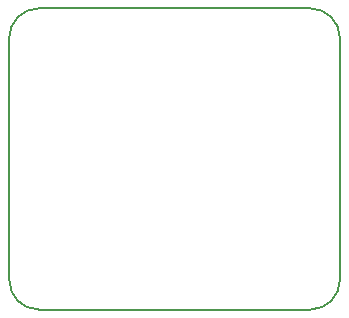
<source format=gm1>
G04 #@! TF.GenerationSoftware,KiCad,Pcbnew,(5.0.2)-1*
G04 #@! TF.CreationDate,2019-01-03T01:23:23-08:00*
G04 #@! TF.ProjectId,usb breakouts,75736220-6272-4656-916b-6f7574732e6b,rev?*
G04 #@! TF.SameCoordinates,Original*
G04 #@! TF.FileFunction,Profile,NP*
%FSLAX46Y46*%
G04 Gerber Fmt 4.6, Leading zero omitted, Abs format (unit mm)*
G04 Created by KiCad (PCBNEW (5.0.2)-1) date 1/3/2019 1:23:23 AM*
%MOMM*%
%LPD*%
G01*
G04 APERTURE LIST*
%ADD10C,0.150000*%
G04 APERTURE END LIST*
D10*
X0Y-2500000D02*
X0Y-23000000D01*
X28000000Y-2500000D02*
X28000000Y-23000000D01*
X2500000Y0D02*
X25500000Y0D01*
X25500000Y-25500000D02*
X2500000Y-25500000D01*
X25500000Y0D02*
G75*
G02X28000000Y-2500000I0J-2500000D01*
G01*
X0Y-2500000D02*
G75*
G02X2500000Y0I2500000J0D01*
G01*
X2500000Y-25500000D02*
G75*
G02X0Y-23000000I0J2500000D01*
G01*
X28000000Y-23000000D02*
G75*
G02X25500000Y-25500000I-2500000J0D01*
G01*
M02*

</source>
